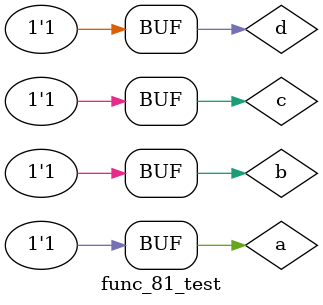
<source format=v>
module func_81_test;
	wire f;
	reg a,b,c,d;
	func_81 g(f,a,b,c,d);
	initial begin
	{a,b,c,d} = 2'b000;
	repeat(15)
		begin
		#10		{a,b,c,d} = {a,b,c,d} + 2'b0001;
		end
		#10;
	end
endmodule 
		
</source>
